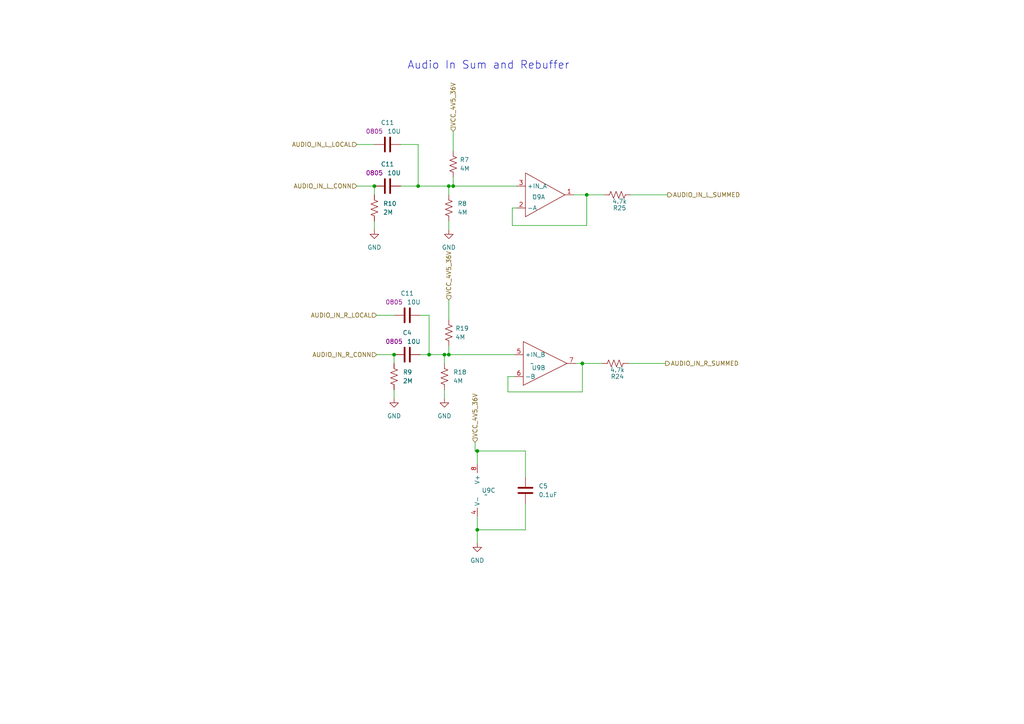
<source format=kicad_sch>
(kicad_sch (version 20230121) (generator eeschema)
  (paper "A4")
  (lib_symbols
    (symbol "Device:C" (pin_numbers hide) (pin_names (offset 0.254))
      (property "Reference" "C" (at 0.635 2.54 0))
      (property "Value" "C" (at 0.635 -2.54 0))
      (symbol "C_0_1"
        (polyline (pts (xy -2.032 -0.762) (xy 2.032 -0.762)) (stroke (width 0.508)))
        (polyline (pts (xy -2.032 0.762) (xy 2.032 0.762)) (stroke (width 0.508)))
      )
      (symbol "C_1_1"
        (pin passive line (at 0 3.81 270) (length 2.794) (name "~") (number "1"))
        (pin passive line (at 0 -3.81 90) (length 2.794) (name "~") (number "2"))
      )
    )
    (symbol "Device:R_US" (pin_numbers hide) (pin_names (offset 0))
      (property "Reference" "R" (at 2.54 0 90))
      (property "Value" "R_US" (at -2.54 0 90))
      (symbol "R_US_0_1"
        (polyline (pts (xy 0 -2.286) (xy 0 -2.54)))
        (polyline (pts (xy 0 2.286) (xy 0 2.54)))
        (polyline (pts (xy 0 -0.762) (xy 1.016 -1.143) (xy 0 -1.524) (xy -1.016 -1.905) (xy 0 -2.286)))
        (polyline (pts (xy 0 0.762) (xy 1.016 0.381) (xy 0 0) (xy -1.016 -0.381) (xy 0 -0.762)))
        (polyline (pts (xy 0 2.286) (xy 1.016 1.905) (xy 0 1.524) (xy -1.016 1.143) (xy 0 0.762)))
      )
      (symbol "R_US_1_1"
        (pin passive line (at 0 3.81 270) (length 1.27) (name "~") (number "1"))
        (pin passive line (at 0 -3.81 90) (length 1.27) (name "~") (number "2"))
      )
    )
    (symbol "OPA1688_SOIC8_1"
      (property "Reference" "U" (at 2.54 0 0))
      (symbol "OPA1688_SOIC8_1_1_1"
        (polyline (pts (xy 0 6.35) (xy 0 -6.35) (xy 11.43 0) (xy 0 6.35) (xy 0 6.35)))
        (pin output line (at 13.97 0 180) (length 2.54) (name "") (number "1"))
        (pin input line (at -2.54 3.81 0) (length 2.54) (name "-A") (number "2"))
        (pin input line (at -2.54 -2.54 0) (length 2.54) (name "+IN_A") (number "3"))
      )
      (symbol "OPA1688_SOIC8_1_2_1"
        (polyline (pts (xy 0 6.35) (xy 0 -6.35) (xy 12.7 0) (xy 0 6.35) (xy 0 6.35)))
        (pin input line (at -2.54 -2.54 0) (length 2.54) (name "+IN_B") (number "5"))
        (pin input line (at -2.54 3.81 0) (length 2.54) (name "-B") (number "6"))
        (pin output line (at 15.24 0 180) (length 2.54) (name "") (number "7"))
      )
      (symbol "OPA1688_SOIC8_1_3_1"
        (pin power_in line (at 0 -6.35 90) (length 2.54) (name "V-") (number "4"))
        (pin power_in line (at 0 8.89 270) (length 2.54) (name "V+") (number "8"))
      )
    )
    (symbol "OPA1688_SOIC8_2"
      (property "Reference" "U" (at 2.54 0 0))
      (symbol "OPA1688_SOIC8_2_1_1"
        (polyline (pts (xy 0 6.35) (xy 0 -6.35) (xy 11.43 0) (xy 0 6.35) (xy 0 6.35)))
        (pin output line (at 13.97 0 180) (length 2.54) (name "") (number "1"))
        (pin input line (at -2.54 3.81 0) (length 2.54) (name "-A") (number "2"))
        (pin input line (at -2.54 -2.54 0) (length 2.54) (name "+IN_A") (number "3"))
      )
      (symbol "OPA1688_SOIC8_2_2_1"
        (polyline (pts (xy 0 6.35) (xy 0 -6.35) (xy 12.7 0) (xy 0 6.35) (xy 0 6.35)))
        (pin input line (at -2.54 -2.54 0) (length 2.54) (name "+IN_B") (number "5"))
        (pin input line (at -2.54 3.81 0) (length 2.54) (name "-B") (number "6"))
        (pin output line (at 15.24 0 180) (length 2.54) (name "") (number "7"))
      )
      (symbol "OPA1688_SOIC8_2_3_1"
        (pin power_in line (at 0 -6.35 90) (length 2.54) (name "V-") (number "4"))
        (pin power_in line (at 0 8.89 270) (length 2.54) (name "V+") (number "8"))
      )
    )
    (symbol "Ultralibrarian_modified_symbols:OPA1688_SOIC8"
      (property "Reference" "U" (at 2.54 0 0))
      (symbol "OPA1688_SOIC8_1_1"
        (polyline (pts (xy 0 6.35) (xy 0 -8.89) (xy 17.78 0) (xy 0 10.16) (xy 0 6.35)))
        (pin output line (at 20.32 0 180) (length 2.54) (name "OUT_A") (number "1"))
        (pin input line (at -2.54 3.81 0) (length 2.54) (name "-A") (number "2"))
        (pin input line (at -2.54 -2.54 0) (length 2.54) (name "+IN_A") (number "3"))
      )
      (symbol "OPA1688_SOIC8_2_1"
        (polyline (pts (xy 0 6.35) (xy 0 -8.89) (xy 17.78 0) (xy 0 10.16) (xy 0 6.35)))
        (pin input line (at -2.54 -2.54 0) (length 2.54) (name "+IN_B") (number "5"))
        (pin input line (at -2.54 3.81 0) (length 2.54) (name "-B") (number "6"))
        (pin output line (at 20.32 0 180) (length 2.54) (name "OUT_B") (number "7"))
      )
      (symbol "OPA1688_SOIC8_3_1"
        (pin power_in line (at 0 -6.35 90) (length 2.54) (name "V-") (number "4"))
        (pin power_in line (at 0 8.89 270) (length 2.54) (name "V+") (number "8"))
      )
    )
    (symbol "power:GND" (power) (pin_names (offset 0))
      (property "Value" "GND" (at 0 -3.81 0))
      (symbol "GND_0_1"
        (polyline (pts (xy 0 0) (xy 0 -1.27) (xy 1.27 -1.27) (xy 0 -2.54) (xy -1.27 -1.27) (xy 0 -1.27)))
      )
      (symbol "GND_1_1"
        (pin power_in line (at 0 0 270) (length 0) hide (name "GND") (number "1"))
      )
    )
  )
  (junction (at 138.43 153.67))
  (junction (at 170.18 56.515))
  (junction (at 130.175 53.975))
  (junction (at 130.175 102.87))
  (junction (at 114.3 102.87))
  (junction (at 138.43 130.81))
  (junction (at 168.91 105.41))
  (junction (at 128.905 102.87))
  (junction (at 108.585 53.975))
  (junction (at 121.285 53.975))
  (junction (at 124.46 102.87))
  (junction (at 131.445 53.975))
  (wire (pts (xy 130.175 102.87) (xy 149.225 102.87)))
  (wire (pts (xy 130.175 53.975) (xy 131.445 53.975)))
  (wire (pts (xy 137.795 130.81) (xy 138.43 130.81)))
  (wire (pts (xy 167.005 105.41) (xy 168.91 105.41)))
  (wire (pts (xy 168.91 105.41) (xy 174.625 105.41)))
  (wire (pts (xy 148.59 60.325) (xy 149.86 60.325)))
  (wire (pts (xy 182.88 56.515) (xy 193.675 56.515)))
  (wire (pts (xy 170.18 56.515) (xy 175.26 56.515)))
  (wire (pts (xy 130.175 53.975) (xy 130.175 56.515)))
  (wire (pts (xy 128.905 102.87) (xy 130.175 102.87)))
  (wire (pts (xy 114.3 115.57) (xy 114.3 113.03)))
  (wire (pts (xy 166.37 56.515) (xy 170.18 56.515)))
  (wire (pts (xy 147.32 113.665) (xy 147.32 109.22)))
  (wire (pts (xy 121.285 41.91) (xy 121.285 53.975)))
  (wire (pts (xy 182.245 105.41) (xy 193.04 105.41)))
  (wire (pts (xy 131.445 53.975) (xy 149.86 53.975)))
  (wire (pts (xy 168.91 105.41) (xy 168.91 113.665)))
  (wire (pts (xy 121.92 91.44) (xy 124.46 91.44)))
  (wire (pts (xy 152.4 153.67) (xy 138.43 153.67)))
  (wire (pts (xy 116.205 41.91) (xy 121.285 41.91)))
  (wire (pts (xy 138.43 153.67) (xy 138.43 149.86)))
  (wire (pts (xy 131.445 38.1) (xy 131.445 43.815)))
  (wire (pts (xy 168.91 113.665) (xy 147.32 113.665)))
  (wire (pts (xy 116.205 53.975) (xy 121.285 53.975)))
  (wire (pts (xy 128.905 102.87) (xy 128.905 105.41)))
  (wire (pts (xy 170.18 65.405) (xy 148.59 65.405)))
  (wire (pts (xy 109.22 91.44) (xy 114.3 91.44)))
  (wire (pts (xy 124.46 91.44) (xy 124.46 102.87)))
  (wire (pts (xy 124.46 102.87) (xy 128.905 102.87)))
  (wire (pts (xy 138.43 157.48) (xy 138.43 153.67)))
  (wire (pts (xy 148.59 65.405) (xy 148.59 60.325)))
  (wire (pts (xy 152.4 138.43) (xy 152.4 130.81)))
  (wire (pts (xy 103.505 41.91) (xy 108.585 41.91)))
  (wire (pts (xy 114.3 102.87) (xy 114.3 105.41)))
  (wire (pts (xy 152.4 130.81) (xy 138.43 130.81)))
  (wire (pts (xy 130.175 86.995) (xy 130.175 92.71)))
  (wire (pts (xy 152.4 146.05) (xy 152.4 153.67)))
  (wire (pts (xy 147.32 109.22) (xy 149.225 109.22)))
  (wire (pts (xy 121.285 53.975) (xy 130.175 53.975)))
  (wire (pts (xy 138.43 130.81) (xy 138.43 134.62)))
  (wire (pts (xy 130.175 66.675) (xy 130.175 64.135)))
  (wire (pts (xy 121.92 102.87) (xy 124.46 102.87)))
  (wire (pts (xy 170.18 56.515) (xy 170.18 65.405)))
  (wire (pts (xy 108.585 53.975) (xy 108.585 56.515)))
  (wire (pts (xy 109.22 102.87) (xy 114.3 102.87)))
  (wire (pts (xy 130.175 100.33) (xy 130.175 102.87)))
  (wire (pts (xy 137.795 128.27) (xy 137.795 130.81)))
  (wire (pts (xy 108.585 66.675) (xy 108.585 64.135)))
  (wire (pts (xy 103.505 53.975) (xy 108.585 53.975)))
  (wire (pts (xy 128.905 115.57) (xy 128.905 113.03)))
  (wire (pts (xy 131.445 51.435) (xy 131.445 53.975)))
  (text "Audio In Sum and Rebuffer" (at 118.11 20.32 0) (effects (font (size 2.27 2.27)) (justify left bottom)))
  (hierarchical_label "AUDIO_IN_L_SUMMED" (shape output) (at 193.675 56.515 0))
  (hierarchical_label "AUDIO_IN_R_CONN" (shape input) (at 109.22 102.87 180))
  (hierarchical_label "AUDIO_IN_L_CONN" (shape input) (at 103.505 53.975 180))
  (hierarchical_label "VCC_4V5_36V" (shape input) (at 130.175 86.995 90))
  (hierarchical_label "VCC_4V5_36V" (shape input) (at 131.445 38.1 90))
  (hierarchical_label "AUDIO_IN_R_LOCAL" (shape input) (at 109.22 91.44 180))
  (hierarchical_label "AUDIO_IN_R_SUMMED" (shape output) (at 193.04 105.41 0))
  (hierarchical_label "VCC_4V5_36V" (shape input) (at 137.795 128.27 90))
  (hierarchical_label "AUDIO_IN_L_LOCAL" (shape input) (at 103.505 41.91 180))
  (symbol (lib_id "Device:R_US") (at 108.585 60.325 0) (unit 1)
    (property "Reference" "R10" (at 111.125 59.055 0) (effects (justify left)))
    (property "Value" "2M" (at 111.125 61.595 0) (effects (justify left)))
    (property "Footprint" "Resistor_SMD:R_0402_1005Metric" (effects hide))
    (instances (project "DaisySeedBreakout" (path "" (reference "R10") (unit 1)) (path "" (reference "R21") (unit 1))))
  )
  (symbol (lib_id "Device:C") (at 152.4 142.24 0) (unit 1)
    (property "Reference" "C5" (at 156.21 140.97 0) (effects (justify left)))
    (property "Value" "0.1uF" (at 156.21 143.51 0) (effects (justify left)))
    (property "Footprint" "Capacitor_SMD:C_0402_1005Metric" (effects hide))
    (instances (project "DaisySeedBreakout" (path "" (reference "C5") (unit 1)) (path "" (reference "C14") (unit 1))))
  )
  (symbol (lib_id "Device:R_US") (at 178.435 105.41 270) (unit 1)
    (property "Reference" "R24" (at 179.07 109.22 90))
    (property "Value" "4.7k" (at 179.07 107.315 90))
    (property "Footprint" "Resistor_SMD:R_0402_1005Metric" (effects hide))
    (property "Specks" "0402" (effects hide))
    (instances (project "DaisySeedBreakout" (path "" (reference "R24") (unit 1)) (path "" (reference "R32") (unit 1))))
  )
  (symbol (lib_name "OPA1688_SOIC8_1") (lib_id "Ultralibrarian_modified_symbols:OPA1688_SOIC8") (at 152.4 56.515 0) (mirror x) (unit 1)
    (property "Reference" "U9" (at 156.21 57.15 0))
    (property "Value" "~" (at 154.94 56.515 0))
    (property "Footprint" "Ultralibrarian:D8_TEX" (effects hide))
  )
  (symbol (lib_id "power:GND") (at 138.43 157.48 0) (unit 1)
    (property "Reference" "#PWR012" (effects hide))
    (property "Value" "GND" (at 138.43 162.56 0))
    (instances (project "DaisySeedBreakout" (path "" (reference "#PWR012") (unit 1)) (path "" (reference "#PWR028") (unit 1))))
  )
  (symbol (lib_id "Device:R_US") (at 128.905 109.22 0) (unit 1)
    (property "Reference" "R18" (at 131.445 107.95 0) (effects (justify left)))
    (property "Value" "4M" (at 131.445 110.49 0) (effects (justify left)))
    (property "Footprint" "Resistor_SMD:R_0402_1005Metric" (effects hide))
    (instances (project "DaisySeedBreakout" (path "" (reference "R18") (unit 1)) (path "" (reference "R22") (unit 1))))
  )
  (symbol (lib_id "Device:R_US") (at 130.175 96.52 0) (unit 1)
    (property "Reference" "R19" (at 132.08 95.25 0) (effects (justify left)))
    (property "Value" "4M" (at 132.08 97.79 0) (effects (justify left)))
    (property "Footprint" "Resistor_SMD:R_0402_1005Metric" (effects hide))
    (instances (project "DaisySeedBreakout" (path "" (reference "R19") (unit 1)) (path "" (reference "R30") (unit 1))))
  )
  (symbol (lib_id "power:GND") (at 130.175 66.675 0) (unit 1)
    (property "Reference" "#PWR09" (effects hide))
    (property "Value" "GND" (at 130.175 71.755 0))
    (instances (project "DaisySeedBreakout" (path "" (reference "#PWR09") (unit 1)) (path "" (reference "#PWR027") (unit 1))))
  )
  (symbol (lib_id "Ultralibrarian_modified_symbols:OPA1688_SOIC8") (at 138.43 143.51 0) (unit 3)
    (property "Reference" "U9" (at 139.7 142.24 0) (effects (justify left)))
    (property "Value" "~" (at 140.97 143.51 0))
    (property "Footprint" "Ultralibrarian:D8_TEX" (effects hide))
  )
  (symbol (lib_id "Device:R_US") (at 114.3 109.22 0) (unit 1)
    (property "Reference" "R9" (at 116.84 107.95 0) (effects (justify left)))
    (property "Value" "2M" (at 116.84 110.49 0) (effects (justify left)))
    (property "Footprint" "Resistor_SMD:R_0402_1005Metric" (effects hide))
    (instances (project "DaisySeedBreakout" (path "" (reference "R9") (unit 1)) (path "" (reference "R5") (unit 1))))
  )
  (symbol (lib_id "Device:R_US") (at 131.445 47.625 0) (unit 1)
    (property "Reference" "R7" (at 133.35 46.355 0) (effects (justify left)))
    (property "Value" "4M" (at 133.35 48.895 0) (effects (justify left)))
    (property "Footprint" "Resistor_SMD:R_0402_1005Metric" (effects hide))
    (instances (project "DaisySeedBreakout" (path "" (reference "R7") (unit 1)) (path "" (reference "R31") (unit 1))))
  )
  (symbol (lib_id "power:GND") (at 108.585 66.675 0) (unit 1)
    (property "Reference" "#PWR08" (effects hide))
    (property "Value" "GND" (at 108.585 71.755 0))
    (instances (project "DaisySeedBreakout" (path "" (reference "#PWR08") (unit 1)) (path "" (reference "#PWR025") (unit 1))))
  )
  (symbol (lib_id "Device:C") (at 112.395 53.975 90) (unit 1)
    (property "Reference" "C11" (at 112.395 47.625 90))
    (property "Value" "10U" (at 114.3 50.165 90))
    (property "Footprint" "Capacitor_SMD:C_0805_2012Metric" (effects hide))
    (property "Specs" "0805" (at 108.585 50.165 90))
    (instances (project "DaisySeedBreakout" (path "" (reference "C11") (unit 1)) (path "" (reference "C13") (unit 1))))
  )
  (symbol (lib_id "power:GND") (at 128.905 115.57 0) (unit 1)
    (property "Reference" "#PWR011" (effects hide))
    (property "Value" "GND" (at 128.905 120.65 0))
    (instances (project "DaisySeedBreakout" (path "" (reference "#PWR011") (unit 1)) (path "" (reference "#PWR026") (unit 1))))
  )
  (symbol (lib_id "Device:C") (at 118.11 102.87 90) (unit 1)
    (property "Reference" "C4" (at 118.11 96.52 90))
    (property "Value" "10U" (at 120.015 99.06 90))
    (property "Footprint" "Capacitor_SMD:C_0805_2012Metric" (effects hide))
    (property "Specs" "0805" (at 114.3 99.06 90))
    (instances (project "DaisySeedBreakout" (path "" (reference "C4") (unit 1)) (path "" (reference "C12") (unit 1))))
  )
  (symbol (lib_id "power:GND") (at 114.3 115.57 0) (unit 1)
    (property "Reference" "#PWR010" (effects hide))
    (property "Value" "GND" (at 114.3 120.65 0))
    (instances (project "DaisySeedBreakout" (path "" (reference "#PWR010") (unit 1)) (path "" (reference "#PWR02") (unit 1))))
  )
  (symbol (lib_id "Device:C") (at 118.11 91.44 90) (unit 1)
    (property "Reference" "C11" (at 118.11 85.09 90))
    (property "Value" "10U" (at 120.015 87.63 90))
    (property "Footprint" "Capacitor_SMD:C_0805_2012Metric" (effects hide))
    (property "Specs" "0805" (at 114.3 87.63 90))
    (instances (project "DaisySeedBreakout" (path "" (reference "C11") (unit 1)) (path "" (reference "C16") (unit 1))))
  )
  (symbol (lib_id "Device:R_US") (at 179.07 56.515 270) (unit 1)
    (property "Reference" "R25" (at 179.705 60.325 90))
    (property "Value" "4.7k" (at 179.705 58.42 90))
    (property "Footprint" "Resistor_SMD:R_0402_1005Metric" (effects hide))
    (property "Specks" "0402" (effects hide))
    (instances (project "DaisySeedBreakout" (path "" (reference "R25") (unit 1)) (path "" (reference "R33") (unit 1))))
  )
  (symbol (lib_name "OPA1688_SOIC8_2") (lib_id "Ultralibrarian_modified_symbols:OPA1688_SOIC8") (at 151.765 105.41 0) (mirror x) (unit 2)
    (property "Reference" "U9" (at 156.21 106.68 0))
    (property "Value" "~" (at 154.305 105.41 0))
    (property "Footprint" "Ultralibrarian:D8_TEX" (effects hide))
  )
  (symbol (lib_id "Device:C") (at 112.395 41.91 90) (unit 1)
    (property "Reference" "C11" (at 112.395 35.56 90))
    (property "Value" "10U" (at 114.3 38.1 90))
    (property "Footprint" "Capacitor_SMD:C_0805_2012Metric" (effects hide))
    (property "Specs" "0805" (at 108.585 38.1 90))
    (instances (project "DaisySeedBreakout" (path "" (reference "C11") (unit 1)) (path "" (reference "C15") (unit 1))))
  )
  (symbol (lib_id "Device:R_US") (at 130.175 60.325 0) (unit 1)
    (property "Reference" "R8" (at 132.715 59.055 0) (effects (justify left)))
    (property "Value" "4M" (at 132.715 61.595 0) (effects (justify left)))
    (property "Footprint" "Resistor_SMD:R_0402_1005Metric" (effects hide))
    (instances (project "DaisySeedBreakout" (path "" (reference "R8") (unit 1)) (path "" (reference "R23") (unit 1))))
  )
)
</source>
